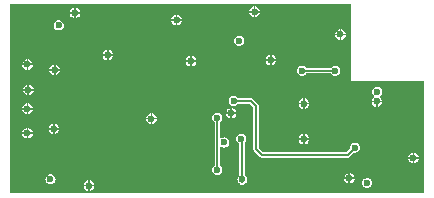
<source format=gbl>
%FSAX44Y44*%
%MOMM*%
G71*
G01*
G75*
G04 Layer_Physical_Order=4*
G04 Layer_Color=16711680*
%ADD10R,0.6000X0.5000*%
%ADD11R,0.5000X0.6000*%
%ADD12R,2.1000X1.4750*%
%ADD13R,1.3800X0.4500*%
%ADD14R,1.9000X1.1750*%
%ADD15R,1.9000X2.3750*%
%ADD16R,0.7000X0.9000*%
%ADD17R,0.9000X0.7000*%
%ADD18O,1.8000X0.4500*%
%ADD19O,2.1000X0.3500*%
%ADD20R,0.6000X0.6000*%
%ADD21R,1.1500X1.4000*%
%ADD22R,1.0000X2.0000*%
%ADD23R,1.4000X0.7000*%
%ADD24O,0.8000X0.2000*%
%ADD25O,0.2000X0.8000*%
%ADD26R,4.6000X4.6000*%
%ADD27C,0.2000*%
%ADD28C,0.3000*%
%ADD29C,0.5000*%
%ADD30C,0.6000*%
%ADD31C,1.0160*%
G04:AMPARAMS|DCode=32|XSize=1.4mm|YSize=1.4mm|CornerRadius=0mm|HoleSize=0mm|Usage=FLASHONLY|Rotation=0.000|XOffset=0mm|YOffset=0mm|HoleType=Round|Shape=Relief|Width=0.15mm|Gap=0.15mm|Entries=4|*
%AMTHD32*
7,0,0,1.4000,1.1000,0.1500,45*
%
%ADD32THD32*%
%ADD33C,1.3000*%
G36*
X00542500Y00414000D02*
X00542500Y00414000D01*
X00542500Y00414000D01*
Y00349000D01*
X00604000D01*
Y00254000D01*
X00254000D01*
Y00414000D01*
X00542500D01*
Y00414000D01*
D02*
G37*
%LPC*%
G36*
X00377940Y00316500D02*
X00374250D01*
Y00312810D01*
X00374675Y00312866D01*
X00375769Y00313319D01*
X00376709Y00314041D01*
X00377431Y00314981D01*
X00377884Y00316075D01*
X00377940Y00316500D01*
D02*
G37*
G36*
X00372750D02*
X00369060D01*
X00369116Y00316075D01*
X00369569Y00314981D01*
X00370290Y00314041D01*
X00371231Y00313319D01*
X00372325Y00312866D01*
X00372750Y00312810D01*
Y00316500D01*
D02*
G37*
G36*
X00440250Y00321000D02*
X00436560D01*
X00436616Y00320575D01*
X00437069Y00319481D01*
X00437791Y00318541D01*
X00438731Y00317819D01*
X00439825Y00317366D01*
X00440250Y00317310D01*
Y00321000D01*
D02*
G37*
G36*
X00372750Y00321690D02*
X00372325Y00321634D01*
X00371231Y00321181D01*
X00370290Y00320459D01*
X00369569Y00319519D01*
X00369116Y00318425D01*
X00369060Y00318000D01*
X00372750D01*
Y00321690D01*
D02*
G37*
G36*
X00445440Y00321000D02*
X00441750D01*
Y00317310D01*
X00442175Y00317366D01*
X00443269Y00317819D01*
X00444209Y00318541D01*
X00444931Y00319481D01*
X00445384Y00320575D01*
X00445440Y00321000D01*
D02*
G37*
G36*
X00291500Y00313065D02*
Y00309375D01*
X00295190D01*
X00295134Y00309800D01*
X00294681Y00310894D01*
X00293960Y00311835D01*
X00293019Y00312556D01*
X00291925Y00313009D01*
X00291500Y00313065D01*
D02*
G37*
G36*
X00295190Y00307875D02*
X00291500D01*
Y00304185D01*
X00291925Y00304241D01*
X00293019Y00304694D01*
X00293960Y00305416D01*
X00294681Y00306356D01*
X00295134Y00307450D01*
X00295190Y00307875D01*
D02*
G37*
G36*
X00290000D02*
X00286310D01*
X00286366Y00307450D01*
X00286819Y00306356D01*
X00287541Y00305416D01*
X00288481Y00304694D01*
X00289575Y00304241D01*
X00290000Y00304185D01*
Y00307875D01*
D02*
G37*
G36*
X00267750Y00309315D02*
X00267325Y00309259D01*
X00266231Y00308806D01*
X00265291Y00308084D01*
X00264569Y00307144D01*
X00264116Y00306050D01*
X00264060Y00305625D01*
X00267750D01*
Y00309315D01*
D02*
G37*
G36*
X00290000Y00313065D02*
X00289575Y00313009D01*
X00288481Y00312556D01*
X00287541Y00311835D01*
X00286819Y00310894D01*
X00286366Y00309800D01*
X00286310Y00309375D01*
X00290000D01*
Y00313065D01*
D02*
G37*
G36*
X00269250Y00309315D02*
Y00305625D01*
X00272940D01*
X00272884Y00306050D01*
X00272431Y00307144D01*
X00271709Y00308084D01*
X00270769Y00308806D01*
X00269675Y00309259D01*
X00269250Y00309315D01*
D02*
G37*
G36*
X00267750Y00330065D02*
X00267325Y00330009D01*
X00266231Y00329556D01*
X00265291Y00328834D01*
X00264569Y00327894D01*
X00264116Y00326800D01*
X00264060Y00326375D01*
X00267750D01*
Y00330065D01*
D02*
G37*
G36*
X00506940Y00329250D02*
X00503250D01*
Y00325560D01*
X00503675Y00325616D01*
X00504769Y00326069D01*
X00505709Y00326791D01*
X00506431Y00327731D01*
X00506884Y00328825D01*
X00506940Y00329250D01*
D02*
G37*
G36*
X00269250Y00330065D02*
Y00326375D01*
X00272940D01*
X00272884Y00326800D01*
X00272431Y00327894D01*
X00271709Y00328834D01*
X00270769Y00329556D01*
X00269675Y00330009D01*
X00269250Y00330065D01*
D02*
G37*
G36*
X00568690Y00331000D02*
X00565000D01*
Y00327310D01*
X00565425Y00327366D01*
X00566519Y00327819D01*
X00567459Y00328541D01*
X00568181Y00329481D01*
X00568634Y00330575D01*
X00568690Y00331000D01*
D02*
G37*
G36*
X00563500D02*
X00559810D01*
X00559866Y00330575D01*
X00560319Y00329481D01*
X00561041Y00328541D01*
X00561981Y00327819D01*
X00563075Y00327366D01*
X00563500Y00327310D01*
Y00331000D01*
D02*
G37*
G36*
X00501750Y00329250D02*
X00498060D01*
X00498116Y00328825D01*
X00498569Y00327731D01*
X00499291Y00326791D01*
X00500231Y00326069D01*
X00501325Y00325616D01*
X00501750Y00325560D01*
Y00329250D01*
D02*
G37*
G36*
X00267750Y00324875D02*
X00264060D01*
X00264116Y00324450D01*
X00264569Y00323356D01*
X00265291Y00322416D01*
X00266231Y00321694D01*
X00267325Y00321241D01*
X00267750Y00321185D01*
Y00324875D01*
D02*
G37*
G36*
X00374250Y00321690D02*
Y00318000D01*
X00377940D01*
X00377884Y00318425D01*
X00377431Y00319519D01*
X00376709Y00320459D01*
X00375769Y00321181D01*
X00374675Y00321634D01*
X00374250Y00321690D01*
D02*
G37*
G36*
X00272940Y00324875D02*
X00269250D01*
Y00321185D01*
X00269675Y00321241D01*
X00270769Y00321694D01*
X00271709Y00322416D01*
X00272431Y00323356D01*
X00272884Y00324450D01*
X00272940Y00324875D01*
D02*
G37*
G36*
X00441750Y00326190D02*
Y00322500D01*
X00445440D01*
X00445384Y00322925D01*
X00444931Y00324019D01*
X00444209Y00324959D01*
X00443269Y00325681D01*
X00442175Y00326134D01*
X00441750Y00326190D01*
D02*
G37*
G36*
X00440250D02*
X00439825Y00326134D01*
X00438731Y00325681D01*
X00437791Y00324959D01*
X00437069Y00324019D01*
X00436616Y00322925D01*
X00436560Y00322500D01*
X00440250D01*
Y00326190D01*
D02*
G37*
G36*
X00503250Y00304440D02*
Y00300750D01*
X00506940D01*
X00506884Y00301175D01*
X00506431Y00302269D01*
X00505709Y00303209D01*
X00504769Y00303931D01*
X00503675Y00304384D01*
X00503250Y00304440D01*
D02*
G37*
G36*
X00540250Y00266000D02*
X00536560D01*
X00536616Y00265575D01*
X00537069Y00264481D01*
X00537791Y00263541D01*
X00538731Y00262819D01*
X00539825Y00262366D01*
X00540250Y00262310D01*
Y00266000D01*
D02*
G37*
G36*
X00288000Y00270287D02*
X00286891Y00270141D01*
X00285857Y00269712D01*
X00284969Y00269031D01*
X00284288Y00268143D01*
X00283859Y00267110D01*
X00283713Y00266000D01*
X00283859Y00264890D01*
X00284288Y00263857D01*
X00284969Y00262969D01*
X00285857Y00262288D01*
X00286891Y00261859D01*
X00288000Y00261713D01*
X00289109Y00261859D01*
X00290143Y00262288D01*
X00291031Y00262969D01*
X00291712Y00263857D01*
X00292141Y00264890D01*
X00292287Y00266000D01*
X00292141Y00267110D01*
X00291712Y00268143D01*
X00291031Y00269031D01*
X00290143Y00269712D01*
X00289109Y00270141D01*
X00288000Y00270287D01*
D02*
G37*
G36*
X00545440Y00266000D02*
X00541750D01*
Y00262310D01*
X00542175Y00262366D01*
X00543269Y00262819D01*
X00544210Y00263541D01*
X00544931Y00264481D01*
X00545384Y00265575D01*
X00545440Y00266000D01*
D02*
G37*
G36*
X00541750Y00271190D02*
Y00267500D01*
X00545440D01*
X00545384Y00267925D01*
X00544931Y00269019D01*
X00544210Y00269960D01*
X00543269Y00270681D01*
X00542175Y00271134D01*
X00541750Y00271190D01*
D02*
G37*
G36*
X00540250D02*
X00539825Y00271134D01*
X00538731Y00270681D01*
X00537791Y00269960D01*
X00537069Y00269019D01*
X00536616Y00267925D01*
X00536560Y00267500D01*
X00540250D01*
Y00271190D01*
D02*
G37*
G36*
X00321250Y00264940D02*
Y00261250D01*
X00324940D01*
X00324884Y00261675D01*
X00324431Y00262769D01*
X00323709Y00263710D01*
X00322769Y00264431D01*
X00321675Y00264884D01*
X00321250Y00264940D01*
D02*
G37*
G36*
X00324940Y00259750D02*
X00321250D01*
Y00256060D01*
X00321675Y00256116D01*
X00322769Y00256569D01*
X00323709Y00257291D01*
X00324431Y00258231D01*
X00324884Y00259325D01*
X00324940Y00259750D01*
D02*
G37*
G36*
X00319750D02*
X00316060D01*
X00316116Y00259325D01*
X00316569Y00258231D01*
X00317291Y00257291D01*
X00318231Y00256569D01*
X00319325Y00256116D01*
X00319750Y00256060D01*
Y00259750D01*
D02*
G37*
G36*
X00556000Y00267037D02*
X00554891Y00266891D01*
X00553857Y00266462D01*
X00552969Y00265781D01*
X00552288Y00264893D01*
X00551859Y00263860D01*
X00551713Y00262750D01*
X00551859Y00261640D01*
X00552288Y00260607D01*
X00552969Y00259719D01*
X00553857Y00259038D01*
X00554891Y00258609D01*
X00556000Y00258463D01*
X00557109Y00258609D01*
X00558143Y00259038D01*
X00559031Y00259719D01*
X00559712Y00260607D01*
X00560141Y00261640D01*
X00560287Y00262750D01*
X00560141Y00263860D01*
X00559712Y00264893D01*
X00559031Y00265781D01*
X00558143Y00266462D01*
X00557109Y00266891D01*
X00556000Y00267037D01*
D02*
G37*
G36*
X00319750Y00264940D02*
X00319325Y00264884D01*
X00318231Y00264431D01*
X00317291Y00263710D01*
X00316569Y00262769D01*
X00316116Y00261675D01*
X00316060Y00261250D01*
X00319750D01*
Y00264940D01*
D02*
G37*
G36*
X00449500Y00304537D02*
X00448391Y00304391D01*
X00447357Y00303962D01*
X00446469Y00303281D01*
X00445788Y00302393D01*
X00445359Y00301360D01*
X00445213Y00300250D01*
X00445359Y00299140D01*
X00445788Y00298107D01*
X00446469Y00297219D01*
X00447357Y00296538D01*
X00447956Y00296289D01*
Y00269405D01*
X00447469Y00269031D01*
X00446788Y00268143D01*
X00446359Y00267110D01*
X00446213Y00266000D01*
X00446359Y00264890D01*
X00446788Y00263857D01*
X00447469Y00262969D01*
X00448110Y00262477D01*
X00448130Y00262372D01*
X00448628Y00261628D01*
X00449372Y00261131D01*
X00450250Y00260956D01*
X00451128Y00261131D01*
X00451872Y00261628D01*
X00452122Y00261878D01*
X00452301Y00262146D01*
X00452643Y00262288D01*
X00453531Y00262969D01*
X00454212Y00263857D01*
X00454641Y00264890D01*
X00454787Y00266000D01*
X00454641Y00267110D01*
X00454212Y00268143D01*
X00453531Y00269031D01*
X00452643Y00269712D01*
X00452544Y00269753D01*
Y00297236D01*
X00453212Y00298107D01*
X00453641Y00299140D01*
X00453787Y00300250D01*
X00453641Y00301360D01*
X00453212Y00302393D01*
X00452531Y00303281D01*
X00451643Y00303962D01*
X00450610Y00304391D01*
X00449500Y00304537D01*
D02*
G37*
G36*
X00506940Y00299250D02*
X00503250D01*
Y00295560D01*
X00503675Y00295616D01*
X00504769Y00296069D01*
X00505709Y00296791D01*
X00506431Y00297731D01*
X00506884Y00298825D01*
X00506940Y00299250D01*
D02*
G37*
G36*
X00501750D02*
X00498060D01*
X00498116Y00298825D01*
X00498569Y00297731D01*
X00499291Y00296791D01*
X00500231Y00296069D01*
X00501325Y00295616D01*
X00501750Y00295560D01*
Y00299250D01*
D02*
G37*
G36*
X00267750Y00304125D02*
X00264060D01*
X00264116Y00303700D01*
X00264569Y00302606D01*
X00265291Y00301665D01*
X00266231Y00300944D01*
X00267325Y00300491D01*
X00267750Y00300435D01*
Y00304125D01*
D02*
G37*
G36*
X00501750Y00304440D02*
X00501325Y00304384D01*
X00500231Y00303931D01*
X00499291Y00303209D01*
X00498569Y00302269D01*
X00498116Y00301175D01*
X00498060Y00300750D01*
X00501750D01*
Y00304440D01*
D02*
G37*
G36*
X00272940Y00304125D02*
X00269250D01*
Y00300435D01*
X00269675Y00300491D01*
X00270769Y00300944D01*
X00271709Y00301665D01*
X00272431Y00302606D01*
X00272884Y00303700D01*
X00272940Y00304125D01*
D02*
G37*
G36*
X00429250Y00322287D02*
X00428140Y00322141D01*
X00427107Y00321712D01*
X00426219Y00321031D01*
X00425538Y00320143D01*
X00425109Y00319109D01*
X00424963Y00318000D01*
X00425109Y00316891D01*
X00425538Y00315857D01*
X00426219Y00314969D01*
X00426956Y00314403D01*
Y00277347D01*
X00426219Y00276781D01*
X00425538Y00275893D01*
X00425109Y00274860D01*
X00424963Y00273750D01*
X00425109Y00272640D01*
X00425538Y00271607D01*
X00426219Y00270719D01*
X00427107Y00270038D01*
X00428140Y00269609D01*
X00429250Y00269463D01*
X00430359Y00269609D01*
X00431393Y00270038D01*
X00432281Y00270719D01*
X00432962Y00271607D01*
X00433391Y00272640D01*
X00433537Y00273750D01*
X00433391Y00274860D01*
X00432962Y00275893D01*
X00432281Y00276781D01*
X00431544Y00277347D01*
Y00292791D01*
X00432889Y00293454D01*
X00433107Y00293288D01*
X00434141Y00292859D01*
X00435250Y00292713D01*
X00436359Y00292859D01*
X00437393Y00293288D01*
X00438281Y00293969D01*
X00438962Y00294857D01*
X00439391Y00295891D01*
X00439537Y00297000D01*
X00439391Y00298109D01*
X00438962Y00299143D01*
X00438281Y00300031D01*
X00437393Y00300712D01*
X00436359Y00301141D01*
X00435250Y00301287D01*
X00434141Y00301141D01*
X00433107Y00300712D01*
X00432889Y00300546D01*
X00431544Y00301209D01*
Y00314403D01*
X00432281Y00314969D01*
X00432962Y00315857D01*
X00433391Y00316891D01*
X00433537Y00318000D01*
X00433391Y00319109D01*
X00432962Y00320143D01*
X00432281Y00321031D01*
X00431393Y00321712D01*
X00430359Y00322141D01*
X00429250Y00322287D01*
D02*
G37*
G36*
X00599690Y00283250D02*
X00596000D01*
Y00279560D01*
X00596425Y00279616D01*
X00597519Y00280069D01*
X00598459Y00280791D01*
X00599181Y00281731D01*
X00599634Y00282825D01*
X00599690Y00283250D01*
D02*
G37*
G36*
X00594500D02*
X00590810D01*
X00590866Y00282825D01*
X00591319Y00281731D01*
X00592040Y00280791D01*
X00592981Y00280069D01*
X00594075Y00279616D01*
X00594500Y00279560D01*
Y00283250D01*
D02*
G37*
G36*
Y00288440D02*
X00594075Y00288384D01*
X00592981Y00287931D01*
X00592040Y00287209D01*
X00591319Y00286269D01*
X00590866Y00285175D01*
X00590810Y00284750D01*
X00594500D01*
Y00288440D01*
D02*
G37*
G36*
X00443000Y00336537D02*
X00441890Y00336391D01*
X00440857Y00335962D01*
X00439969Y00335281D01*
X00439288Y00334393D01*
X00438859Y00333359D01*
X00438713Y00332250D01*
X00438859Y00331141D01*
X00439288Y00330107D01*
X00439969Y00329219D01*
X00440857Y00328538D01*
X00441890Y00328109D01*
X00443000Y00327963D01*
X00444109Y00328109D01*
X00445143Y00328538D01*
X00446031Y00329219D01*
X00446597Y00329956D01*
X00456550D01*
X00459706Y00326800D01*
Y00291250D01*
X00459881Y00290372D01*
X00460378Y00289628D01*
X00465128Y00284878D01*
X00465872Y00284380D01*
X00466018Y00284352D01*
X00466750Y00284206D01*
X00539500D01*
X00540378Y00284380D01*
X00541122Y00284878D01*
X00544829Y00288585D01*
X00545750Y00288463D01*
X00546860Y00288609D01*
X00547893Y00289038D01*
X00548781Y00289719D01*
X00549462Y00290607D01*
X00549891Y00291640D01*
X00550037Y00292750D01*
X00549891Y00293860D01*
X00549462Y00294893D01*
X00548781Y00295781D01*
X00547893Y00296462D01*
X00546860Y00296891D01*
X00545750Y00297037D01*
X00544641Y00296891D01*
X00543607Y00296462D01*
X00542719Y00295781D01*
X00542038Y00294893D01*
X00541609Y00293860D01*
X00541463Y00292750D01*
X00541585Y00291829D01*
X00538550Y00288794D01*
X00467700D01*
X00464294Y00292200D01*
Y00327750D01*
X00464119Y00328628D01*
X00463622Y00329372D01*
X00459122Y00333872D01*
X00458378Y00334370D01*
X00457500Y00334544D01*
X00446597D01*
X00446031Y00335281D01*
X00445143Y00335962D01*
X00444109Y00336391D01*
X00443000Y00336537D01*
D02*
G37*
G36*
X00596000Y00288440D02*
Y00284750D01*
X00599690D01*
X00599634Y00285175D01*
X00599181Y00286269D01*
X00598459Y00287209D01*
X00597519Y00287931D01*
X00596425Y00288384D01*
X00596000Y00288440D01*
D02*
G37*
G36*
X00537940Y00387750D02*
X00534250D01*
Y00384060D01*
X00534675Y00384116D01*
X00535769Y00384569D01*
X00536709Y00385291D01*
X00537431Y00386231D01*
X00537884Y00387325D01*
X00537940Y00387750D01*
D02*
G37*
G36*
X00532750D02*
X00529060D01*
X00529116Y00387325D01*
X00529569Y00386231D01*
X00530291Y00385291D01*
X00531231Y00384569D01*
X00532325Y00384116D01*
X00532750Y00384060D01*
Y00387750D01*
D02*
G37*
G36*
Y00392940D02*
X00532325Y00392884D01*
X00531231Y00392431D01*
X00530291Y00391710D01*
X00529569Y00390769D01*
X00529116Y00389675D01*
X00529060Y00389250D01*
X00532750D01*
Y00392940D01*
D02*
G37*
G36*
X00295000Y00400537D02*
X00293890Y00400391D01*
X00292857Y00399962D01*
X00291969Y00399281D01*
X00291288Y00398393D01*
X00290859Y00397360D01*
X00290713Y00396250D01*
X00290859Y00395140D01*
X00291288Y00394107D01*
X00291969Y00393219D01*
X00292857Y00392538D01*
X00293890Y00392109D01*
X00295000Y00391963D01*
X00296109Y00392109D01*
X00297143Y00392538D01*
X00298031Y00393219D01*
X00298712Y00394107D01*
X00299141Y00395140D01*
X00299287Y00396250D01*
X00299141Y00397360D01*
X00298712Y00398393D01*
X00298031Y00399281D01*
X00297143Y00399962D01*
X00296109Y00400391D01*
X00295000Y00400537D01*
D02*
G37*
G36*
X00534250Y00392940D02*
Y00389250D01*
X00537940D01*
X00537884Y00389675D01*
X00537431Y00390769D01*
X00536709Y00391710D01*
X00535769Y00392431D01*
X00534675Y00392884D01*
X00534250Y00392940D01*
D02*
G37*
G36*
X00447750Y00387537D02*
X00446641Y00387391D01*
X00445607Y00386962D01*
X00444719Y00386281D01*
X00444038Y00385393D01*
X00443609Y00384360D01*
X00443463Y00383250D01*
X00443609Y00382141D01*
X00444038Y00381107D01*
X00444719Y00380219D01*
X00445607Y00379538D01*
X00446641Y00379109D01*
X00447750Y00378963D01*
X00448859Y00379109D01*
X00449893Y00379538D01*
X00450781Y00380219D01*
X00451462Y00381107D01*
X00451891Y00382141D01*
X00452037Y00383250D01*
X00451891Y00384360D01*
X00451462Y00385393D01*
X00450781Y00386281D01*
X00449893Y00386962D01*
X00448859Y00387391D01*
X00447750Y00387537D01*
D02*
G37*
G36*
X00473750Y00371190D02*
X00473325Y00371134D01*
X00472231Y00370681D01*
X00471291Y00369959D01*
X00470569Y00369019D01*
X00470116Y00367925D01*
X00470060Y00367500D01*
X00473750D01*
Y00371190D01*
D02*
G37*
G36*
X00407750Y00370440D02*
Y00366750D01*
X00411440D01*
X00411384Y00367175D01*
X00410931Y00368269D01*
X00410209Y00369209D01*
X00409269Y00369931D01*
X00408175Y00370384D01*
X00407750Y00370440D01*
D02*
G37*
G36*
X00475250Y00371190D02*
Y00367500D01*
X00478940D01*
X00478884Y00367925D01*
X00478431Y00369019D01*
X00477709Y00369959D01*
X00476769Y00370681D01*
X00475675Y00371134D01*
X00475250Y00371190D01*
D02*
G37*
G36*
X00337250Y00375440D02*
Y00371750D01*
X00340940D01*
X00340884Y00372175D01*
X00340431Y00373269D01*
X00339709Y00374209D01*
X00338769Y00374931D01*
X00337675Y00375384D01*
X00337250Y00375440D01*
D02*
G37*
G36*
X00335750D02*
X00335325Y00375384D01*
X00334231Y00374931D01*
X00333290Y00374209D01*
X00332569Y00373269D01*
X00332116Y00372175D01*
X00332060Y00371750D01*
X00335750D01*
Y00375440D01*
D02*
G37*
G36*
X00394000Y00400000D02*
X00390310D01*
X00390366Y00399575D01*
X00390819Y00398481D01*
X00391541Y00397541D01*
X00392481Y00396819D01*
X00393575Y00396366D01*
X00394000Y00396310D01*
Y00400000D01*
D02*
G37*
G36*
X00308000Y00411190D02*
X00307575Y00411134D01*
X00306481Y00410681D01*
X00305541Y00409959D01*
X00304819Y00409019D01*
X00304366Y00407925D01*
X00304310Y00407500D01*
X00308000D01*
Y00411190D01*
D02*
G37*
G36*
X00465190Y00407000D02*
X00461500D01*
Y00403310D01*
X00461925Y00403366D01*
X00463019Y00403819D01*
X00463959Y00404541D01*
X00464681Y00405481D01*
X00465134Y00406575D01*
X00465190Y00407000D01*
D02*
G37*
G36*
X00309500Y00411190D02*
Y00407500D01*
X00313190D01*
X00313134Y00407925D01*
X00312681Y00409019D01*
X00311959Y00409959D01*
X00311019Y00410681D01*
X00309925Y00411134D01*
X00309500Y00411190D01*
D02*
G37*
G36*
X00461500Y00412190D02*
Y00408500D01*
X00465190D01*
X00465134Y00408925D01*
X00464681Y00410019D01*
X00463959Y00410960D01*
X00463019Y00411681D01*
X00461925Y00412134D01*
X00461500Y00412190D01*
D02*
G37*
G36*
X00460000D02*
X00459575Y00412134D01*
X00458481Y00411681D01*
X00457541Y00410960D01*
X00456819Y00410019D01*
X00456366Y00408925D01*
X00456310Y00408500D01*
X00460000D01*
Y00412190D01*
D02*
G37*
G36*
Y00407000D02*
X00456310D01*
X00456366Y00406575D01*
X00456819Y00405481D01*
X00457541Y00404541D01*
X00458481Y00403819D01*
X00459575Y00403366D01*
X00460000Y00403310D01*
Y00407000D01*
D02*
G37*
G36*
X00394000Y00405190D02*
X00393575Y00405134D01*
X00392481Y00404681D01*
X00391541Y00403959D01*
X00390819Y00403019D01*
X00390366Y00401925D01*
X00390310Y00401500D01*
X00394000D01*
Y00405190D01*
D02*
G37*
G36*
X00399190Y00400000D02*
X00395500D01*
Y00396310D01*
X00395925Y00396366D01*
X00397019Y00396819D01*
X00397960Y00397541D01*
X00398681Y00398481D01*
X00399134Y00399575D01*
X00399190Y00400000D01*
D02*
G37*
G36*
X00395500Y00405190D02*
Y00401500D01*
X00399190D01*
X00399134Y00401925D01*
X00398681Y00403019D01*
X00397960Y00403959D01*
X00397019Y00404681D01*
X00395925Y00405134D01*
X00395500Y00405190D01*
D02*
G37*
G36*
X00313190Y00406000D02*
X00309500D01*
Y00402310D01*
X00309925Y00402366D01*
X00311019Y00402819D01*
X00311959Y00403541D01*
X00312681Y00404481D01*
X00313134Y00405575D01*
X00313190Y00406000D01*
D02*
G37*
G36*
X00308000D02*
X00304310D01*
X00304366Y00405575D01*
X00304819Y00404481D01*
X00305541Y00403541D01*
X00306481Y00402819D01*
X00307575Y00402366D01*
X00308000Y00402310D01*
Y00406000D01*
D02*
G37*
G36*
X00290750Y00357875D02*
X00287060D01*
X00287116Y00357450D01*
X00287569Y00356356D01*
X00288291Y00355415D01*
X00289231Y00354694D01*
X00290325Y00354241D01*
X00290750Y00354185D01*
Y00357875D01*
D02*
G37*
G36*
X00270000Y00346065D02*
Y00342375D01*
X00273690D01*
X00273634Y00342800D01*
X00273181Y00343894D01*
X00272459Y00344834D01*
X00271519Y00345556D01*
X00270425Y00346009D01*
X00270000Y00346065D01*
D02*
G37*
G36*
X00295940Y00357875D02*
X00292250D01*
Y00354185D01*
X00292675Y00354241D01*
X00293769Y00354694D01*
X00294709Y00355415D01*
X00295431Y00356356D01*
X00295884Y00357450D01*
X00295940Y00357875D01*
D02*
G37*
G36*
X00272940Y00362375D02*
X00269250D01*
Y00358685D01*
X00269675Y00358741D01*
X00270769Y00359194D01*
X00271709Y00359916D01*
X00272431Y00360856D01*
X00272884Y00361950D01*
X00272940Y00362375D01*
D02*
G37*
G36*
X00267750D02*
X00264060D01*
X00264116Y00361950D01*
X00264569Y00360856D01*
X00265291Y00359916D01*
X00266231Y00359194D01*
X00267325Y00358741D01*
X00267750Y00358685D01*
Y00362375D01*
D02*
G37*
G36*
X00268500Y00346065D02*
X00268075Y00346009D01*
X00266981Y00345556D01*
X00266040Y00344834D01*
X00265319Y00343894D01*
X00264866Y00342800D01*
X00264810Y00342375D01*
X00268500D01*
Y00346065D01*
D02*
G37*
G36*
X00503250Y00334440D02*
Y00330750D01*
X00506940D01*
X00506884Y00331175D01*
X00506431Y00332269D01*
X00505709Y00333209D01*
X00504769Y00333931D01*
X00503675Y00334384D01*
X00503250Y00334440D01*
D02*
G37*
G36*
X00501750D02*
X00501325Y00334384D01*
X00500231Y00333931D01*
X00499291Y00333209D01*
X00498569Y00332269D01*
X00498116Y00331175D01*
X00498060Y00330750D01*
X00501750D01*
Y00334440D01*
D02*
G37*
G36*
X00564750Y00344287D02*
X00563641Y00344141D01*
X00562607Y00343712D01*
X00561719Y00343031D01*
X00561038Y00342143D01*
X00560609Y00341110D01*
X00560463Y00340000D01*
X00560609Y00338890D01*
X00561038Y00337857D01*
X00561719Y00336969D01*
X00561981Y00335681D01*
X00561981Y00335681D01*
X00561981Y00335681D01*
X00561981D01*
X00561981Y00335681D01*
D01*
X00561041Y00334959D01*
X00560319Y00334019D01*
X00559866Y00332925D01*
X00559810Y00332500D01*
X00568690D01*
X00568634Y00332925D01*
X00568181Y00334019D01*
X00567459Y00334959D01*
X00567436Y00334977D01*
X00567288Y00335334D01*
Y00336591D01*
X00567781Y00336969D01*
X00568462Y00337857D01*
X00568891Y00338890D01*
X00569037Y00340000D01*
X00568891Y00341110D01*
X00568462Y00342143D01*
X00567781Y00343031D01*
X00566893Y00343712D01*
X00565859Y00344141D01*
X00564750Y00344287D01*
D02*
G37*
G36*
X00273690Y00340875D02*
X00270000D01*
Y00337185D01*
X00270425Y00337241D01*
X00271519Y00337694D01*
X00272459Y00338416D01*
X00273181Y00339356D01*
X00273634Y00340450D01*
X00273690Y00340875D01*
D02*
G37*
G36*
X00268500D02*
X00264810D01*
X00264866Y00340450D01*
X00265319Y00339356D01*
X00266040Y00338416D01*
X00266981Y00337694D01*
X00268075Y00337241D01*
X00268500Y00337185D01*
Y00340875D01*
D02*
G37*
G36*
X00290750Y00363065D02*
X00290325Y00363009D01*
X00289231Y00362556D01*
X00288291Y00361834D01*
X00287569Y00360894D01*
X00287116Y00359800D01*
X00287060Y00359375D01*
X00290750D01*
Y00363065D01*
D02*
G37*
G36*
X00269250Y00367565D02*
Y00363875D01*
X00272940D01*
X00272884Y00364300D01*
X00272431Y00365394D01*
X00271709Y00366334D01*
X00270769Y00367056D01*
X00269675Y00367509D01*
X00269250Y00367565D01*
D02*
G37*
G36*
X00267750D02*
X00267325Y00367509D01*
X00266231Y00367056D01*
X00265291Y00366334D01*
X00264569Y00365394D01*
X00264116Y00364300D01*
X00264060Y00363875D01*
X00267750D01*
Y00367565D01*
D02*
G37*
G36*
X00335750Y00370250D02*
X00332060D01*
X00332116Y00369825D01*
X00332569Y00368731D01*
X00333290Y00367791D01*
X00334231Y00367069D01*
X00335325Y00366616D01*
X00335750Y00366560D01*
Y00370250D01*
D02*
G37*
G36*
X00406250Y00370440D02*
X00405825Y00370384D01*
X00404731Y00369931D01*
X00403791Y00369209D01*
X00403069Y00368269D01*
X00402616Y00367175D01*
X00402560Y00366750D01*
X00406250D01*
Y00370440D01*
D02*
G37*
G36*
X00340940Y00370250D02*
X00337250D01*
Y00366560D01*
X00337675Y00366616D01*
X00338769Y00367069D01*
X00339709Y00367791D01*
X00340431Y00368731D01*
X00340884Y00369825D01*
X00340940Y00370250D01*
D02*
G37*
G36*
X00478940Y00366000D02*
X00475250D01*
Y00362310D01*
X00475675Y00362366D01*
X00476769Y00362819D01*
X00477709Y00363540D01*
X00478431Y00364481D01*
X00478884Y00365575D01*
X00478940Y00366000D01*
D02*
G37*
G36*
X00529000Y00362037D02*
X00527891Y00361891D01*
X00526857Y00361462D01*
X00525969Y00360781D01*
X00525403Y00360044D01*
X00504597D01*
X00504031Y00360781D01*
X00503143Y00361462D01*
X00502109Y00361891D01*
X00501000Y00362037D01*
X00499891Y00361891D01*
X00498857Y00361462D01*
X00497969Y00360781D01*
X00497288Y00359893D01*
X00496859Y00358859D01*
X00496713Y00357750D01*
X00496859Y00356641D01*
X00497288Y00355607D01*
X00497969Y00354719D01*
X00498857Y00354038D01*
X00499891Y00353609D01*
X00501000Y00353463D01*
X00502109Y00353609D01*
X00503143Y00354038D01*
X00504031Y00354719D01*
X00504597Y00355456D01*
X00525403D01*
X00525969Y00354719D01*
X00526857Y00354038D01*
X00527891Y00353609D01*
X00529000Y00353463D01*
X00530109Y00353609D01*
X00531143Y00354038D01*
X00532031Y00354719D01*
X00532712Y00355607D01*
X00533141Y00356641D01*
X00533287Y00357750D01*
X00533141Y00358859D01*
X00532712Y00359893D01*
X00532031Y00360781D01*
X00531143Y00361462D01*
X00530109Y00361891D01*
X00529000Y00362037D01*
D02*
G37*
G36*
X00292250Y00363065D02*
Y00359375D01*
X00295940D01*
X00295884Y00359800D01*
X00295431Y00360894D01*
X00294709Y00361834D01*
X00293769Y00362556D01*
X00292675Y00363009D01*
X00292250Y00363065D01*
D02*
G37*
G36*
X00406250Y00365250D02*
X00402560D01*
X00402616Y00364825D01*
X00403069Y00363731D01*
X00403791Y00362791D01*
X00404731Y00362069D01*
X00405825Y00361616D01*
X00406250Y00361560D01*
Y00365250D01*
D02*
G37*
G36*
X00473750Y00366000D02*
X00470060D01*
X00470116Y00365575D01*
X00470569Y00364481D01*
X00471291Y00363540D01*
X00472231Y00362819D01*
X00473325Y00362366D01*
X00473750Y00362310D01*
Y00366000D01*
D02*
G37*
G36*
X00411440Y00365250D02*
X00407750D01*
Y00361560D01*
X00408175Y00361616D01*
X00409269Y00362069D01*
X00410209Y00362791D01*
X00410931Y00363731D01*
X00411384Y00364825D01*
X00411440Y00365250D01*
D02*
G37*
%LPD*%
D27*
X00450250Y00263250D02*
Y00299500D01*
X00450500Y00263500D02*
Y00266000D01*
X00450250Y00263250D02*
X00450500Y00263500D01*
X00501000Y00357750D02*
X00529000D01*
X00443000Y00332250D02*
X00457500D01*
X00462000Y00291250D02*
X00466750Y00286500D01*
X00539500D01*
X00545750Y00292750D01*
X00457500Y00332250D02*
X00462000Y00327750D01*
Y00291250D02*
Y00327750D01*
X00429250Y00273750D02*
Y00318000D01*
X00449500Y00300250D02*
X00450250Y00299500D01*
D30*
X00290750Y00308625D02*
D03*
X00268500Y00325625D02*
D03*
X00269250Y00341625D02*
D03*
X00291500Y00358625D02*
D03*
X00268500Y00363125D02*
D03*
Y00304875D02*
D03*
X00450500Y00266000D02*
D03*
X00533500Y00388500D02*
D03*
X00407000Y00366000D02*
D03*
X00474500Y00366750D02*
D03*
X00441000Y00321750D02*
D03*
X00541000Y00266750D02*
D03*
X00595250Y00284000D02*
D03*
X00320500Y00260500D02*
D03*
X00373500Y00317250D02*
D03*
X00460750Y00407750D02*
D03*
X00394750Y00400750D02*
D03*
X00308750Y00406750D02*
D03*
X00336500Y00371000D02*
D03*
X00501000Y00357750D02*
D03*
X00529000D02*
D03*
X00556000Y00262750D02*
D03*
X00288000Y00266000D02*
D03*
X00447750Y00383250D02*
D03*
X00443000Y00332250D02*
D03*
X00545750Y00292750D02*
D03*
X00564750Y00340000D02*
D03*
X00295000Y00396250D02*
D03*
X00449500Y00300250D02*
D03*
X00429250Y00318000D02*
D03*
Y00273750D02*
D03*
X00564250Y00331750D02*
D03*
X00435250Y00297000D02*
D03*
X00502500Y00330000D02*
D03*
Y00300000D02*
D03*
M02*

</source>
